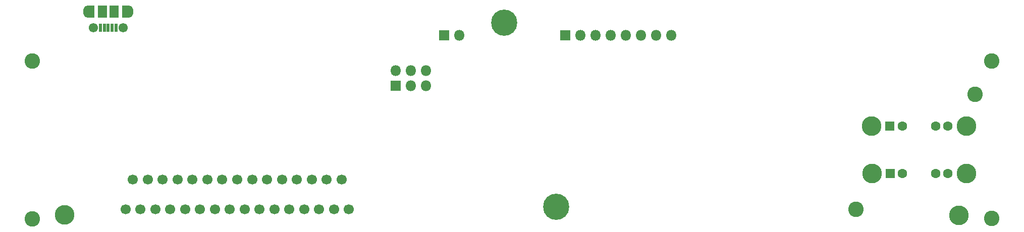
<source format=gbs>
%TF.GenerationSoftware,KiCad,Pcbnew,(5.1.6-0)*%
%TF.CreationDate,2023-03-06T10:11:25+01:00*%
%TF.ProjectId,A500KB,41353030-4b42-42e6-9b69-6361645f7063,3*%
%TF.SameCoordinates,Original*%
%TF.FileFunction,Soldermask,Bot*%
%TF.FilePolarity,Negative*%
%FSLAX46Y46*%
G04 Gerber Fmt 4.6, Leading zero omitted, Abs format (unit mm)*
G04 Created by KiCad (PCBNEW (5.1.6-0)) date 2023-03-06 10:11:25*
%MOMM*%
%LPD*%
G01*
G04 APERTURE LIST*
%ADD10C,4.400000*%
%ADD11C,2.600000*%
%ADD12C,3.300000*%
%ADD13R,1.300000X2.000000*%
%ADD14O,1.300000X2.000000*%
%ADD15R,1.600000X2.000000*%
%ADD16C,1.550000*%
%ADD17R,0.500000X1.450000*%
%ADD18C,1.600000*%
%ADD19R,1.600000X1.600000*%
%ADD20O,1.800000X1.800000*%
%ADD21R,1.800000X1.800000*%
%ADD22C,1.700000*%
G04 APERTURE END LIST*
D10*
%TO.C,H26*%
X386402580Y-226021900D03*
%TD*%
D11*
%TO.C,H25*%
X465376260Y-238102140D03*
%TD*%
%TO.C,H24*%
X445394080Y-257342640D03*
%TD*%
D12*
%TO.C,H23*%
X312681620Y-258340860D03*
%TD*%
%TO.C,H22*%
X462699100Y-258343400D03*
%TD*%
D13*
%TO.C,J2*%
X317050000Y-224150000D03*
X322850000Y-224150000D03*
D14*
X323450000Y-224150000D03*
X316450000Y-224150000D03*
D15*
X318950000Y-224150000D03*
D16*
X322450000Y-226850000D03*
D17*
X319950000Y-226850000D03*
X320600000Y-226850000D03*
X321250000Y-226850000D03*
X318650000Y-226850000D03*
X319300000Y-226850000D03*
D16*
X317450000Y-226850000D03*
D15*
X320950000Y-224150000D03*
%TD*%
D10*
%TO.C,H19*%
X395097000Y-256971800D03*
%TD*%
D11*
%TO.C,H18*%
X468193120Y-232435400D03*
%TD*%
%TO.C,H17*%
X468172800Y-258927600D03*
%TD*%
%TO.C,H16*%
X307195220Y-232443020D03*
%TD*%
%TO.C,H15*%
X307200000Y-258950000D03*
%TD*%
D12*
%TO.C,H4*%
X463956400Y-243382800D03*
%TD*%
%TO.C,H3*%
X448056000Y-243400000D03*
%TD*%
%TO.C,H2*%
X448081400Y-251358400D03*
%TD*%
%TO.C,H1*%
X463956400Y-251358400D03*
%TD*%
D18*
%TO.C,D4*%
X460829400Y-251358400D03*
X458779400Y-251358400D03*
D19*
X451129400Y-251358400D03*
D18*
X453179400Y-251358400D03*
%TD*%
%TO.C,D3*%
X460804000Y-243357400D03*
X458754000Y-243357400D03*
D19*
X451104000Y-243357400D03*
D18*
X453154000Y-243357400D03*
%TD*%
D20*
%TO.C,J5*%
X378838460Y-228178360D03*
D21*
X376298460Y-228178360D03*
%TD*%
D20*
%TO.C,J4*%
X414380000Y-228200000D03*
X411840000Y-228200000D03*
X409300000Y-228200000D03*
X406760000Y-228200000D03*
X404220000Y-228200000D03*
X401680000Y-228200000D03*
X399140000Y-228200000D03*
D21*
X396600000Y-228200000D03*
%TD*%
D20*
%TO.C,J3*%
X373280000Y-234060000D03*
X373280000Y-236600000D03*
X370740000Y-234060000D03*
X370740000Y-236600000D03*
X368200000Y-234060000D03*
D21*
X368200000Y-236600000D03*
%TD*%
D22*
%TO.C,J1*%
X360350000Y-257400000D03*
X359100000Y-252400000D03*
X357850000Y-257400000D03*
X356600000Y-252400000D03*
X355350000Y-257400000D03*
X354100000Y-252400000D03*
X352850000Y-257400000D03*
X351600000Y-252400000D03*
X350350000Y-257400000D03*
X349100000Y-252400000D03*
X347850000Y-257400000D03*
X346600000Y-252400000D03*
X345350000Y-257400000D03*
X344100000Y-252400000D03*
X342850000Y-257400000D03*
X341600000Y-252400000D03*
X340350000Y-257400000D03*
X339100000Y-252400000D03*
X337850000Y-257400000D03*
X336600000Y-252400000D03*
X335350000Y-257400000D03*
X334100000Y-252400000D03*
X332850000Y-257400000D03*
X331600000Y-252400000D03*
X330350000Y-257400000D03*
X329100000Y-252400000D03*
X327850000Y-257400000D03*
X326600000Y-252400000D03*
X325350000Y-257400000D03*
X324100000Y-252400000D03*
X322850000Y-257400000D03*
%TD*%
M02*

</source>
